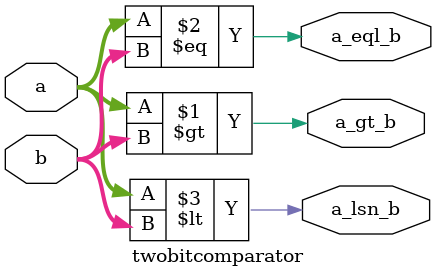
<source format=v>
module twobitcomparator(a,b,a_gt_b,a_lsn_b,a_eql_b);
  input [1:0]a,b;
  output a_gt_b,a_lsn_b,a_eql_b;
    assign a_gt_b = (a > b);
    assign a_eql_b = (a == b);
    assign a_lsn_b = (a < b);
endmodule

</source>
